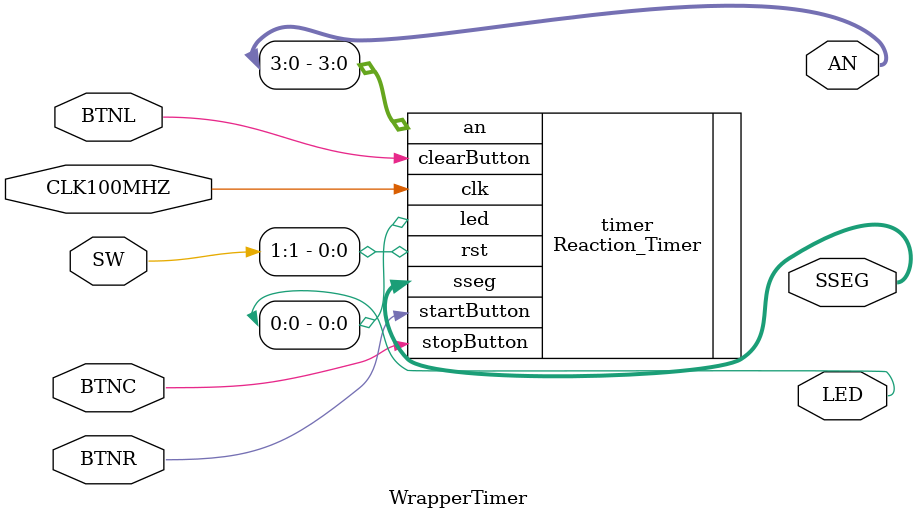
<source format=sv>
`timescale 1ns / 1ps
module WrapperTimer(
    input logic [15:0] SW,
    input logic CLK100MHZ,
    input logic BTNC, 
    input logic BTNL,
    input logic BTNR,
    output logic [6:0] SSEG,
    output logic [7:0] AN,
    output logic [15:0] LED
    );


Reaction_Timer timer(
    .clk(CLK100MHZ), 
    .rst(SW[1]),
    .clearButton(BTNL), 
    .startButton(BTNR), 
    .stopButton(BTNC),
    .sseg(SSEG),
    .an(AN[3:0]), 
    .led(LED[0])
    );
    
endmodule
</source>
